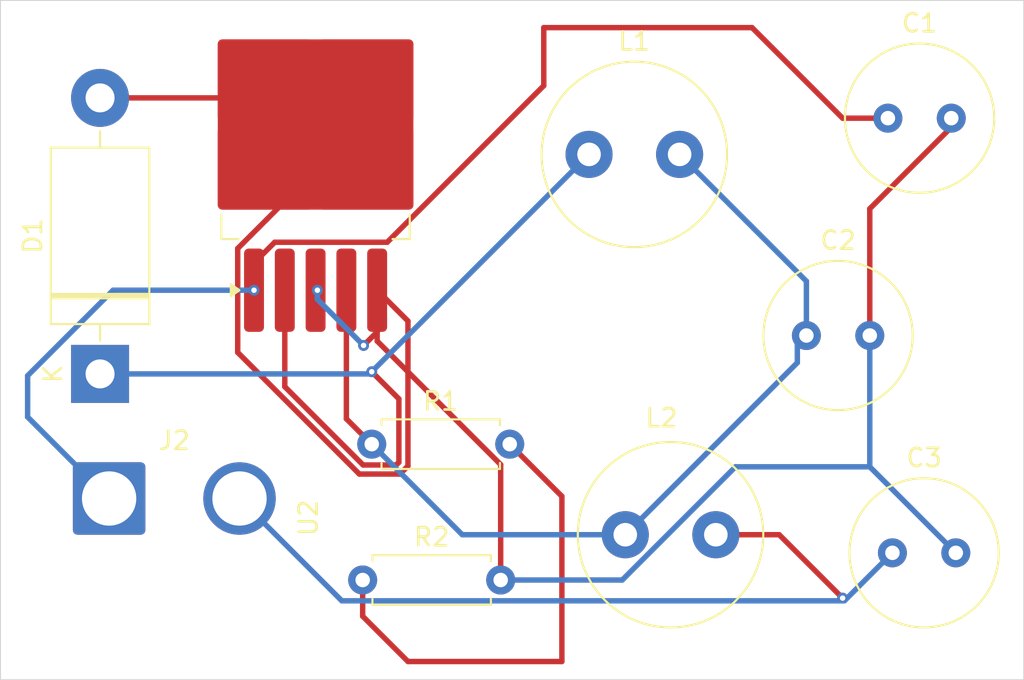
<source format=kicad_pcb>
(kicad_pcb (version 20240108) (generator "pcbnew") (generator_version "8.0")
  (layers (0 "F.Cu" signal) (31 "B.Cu" signal) (34 "B.Paste" user) (35 "F.Paste" user) (36 "B.SilkS" user "B.Silkscreen") (37 "F.SilkS" user "F.Silkscreen") (38 "B.Mask" user) (39 "F.Mask" user) (44 "Edge.Cuts" user))
  (net 0 "")
  (net 1 "/vin")
  (net 2 "GND")
  (net 3 "/fb")
  (net 4 "/vout")
  (net 5 "/out")
  (net 6 "Net-(R1-Pad2)")
  (footprint "Connector_Wire:SolderWire-2.5sqmm_1x02_P7.2mm_D2.4mm_OD3.6mm" (layer "F.Cu") (at 119.5 100)
    (property "Reference" "J2" (at 3.6 -3.2 0) (layer "F.SilkS"))
    (property "Value" "Conn_01x02")
    (pad "1" thru_hole roundrect (at 0 0) (size 4 4) (drill 3) (layers "*.Cu" "*.Mask") (roundrect_rratio 0.0625) (net 1 "/vin"))
    (pad "2" thru_hole circle (at 7.2 0) (size 4 4) (drill 3) (layers "*.Cu" "*.Mask") (net 4 "/vout"))
  )
  (footprint "Capacitor_THT:C_Radial_D8.0mm_H7.0mm_P3.50mm" (layer "F.Cu") (at 162.75 103)
    (property "Reference" "C3" (at 1.75 -5.25 0) (layer "F.SilkS"))
    (property "Value" "100 uF")
    (fp_circle (center 1.75 0) (end 5.87 0) (stroke (width 0.12)) (fill none) (layer "F.SilkS"))
    (pad "1" thru_hole circle (at 0 0) (size 1.6 1.6) (drill 0.8) (layers "*.Cu" "*.Mask") (net 4 "/vout"))
    (pad "2" thru_hole circle (at 3.5 0) (size 1.6 1.6) (drill 0.8) (layers "*.Cu" "*.Mask") (net 2 "GND"))
  )
  (footprint "Diode_THT:D_DO-201AD_P15.24mm_Horizontal" (layer "F.Cu") (at 119 93.12 90)
    (property "Reference" "D1" (at 7.62 -3.72 90) (layer "F.SilkS"))
    (property "Value" "1N5822")
    (fp_line (start 12.49 -2.72) (end 2.75 -2.72) (stroke (width 0.12)) (layer "F.SilkS"))
    (fp_line (start 4.415 -2.72) (end 4.415 2.72) (stroke (width 0.12)) (layer "F.SilkS"))
    (fp_line (start 4.295 -2.72) (end 4.295 2.72) (stroke (width 0.12)) (layer "F.SilkS"))
    (fp_line (start 4.175 -2.72) (end 4.175 2.72) (stroke (width 0.12)) (layer "F.SilkS"))
    (fp_line (start 2.75 -2.72) (end 2.75 2.72) (stroke (width 0.12)) (layer "F.SilkS"))
    (fp_line (start 13.4 0) (end 12.49 0) (stroke (width 0.12)) (layer "F.SilkS"))
    (fp_line (start 1.84 0) (end 2.75 0) (stroke (width 0.12)) (layer "F.SilkS"))
    (fp_line (start 12.49 2.72) (end 12.49 -2.72) (stroke (width 0.12)) (layer "F.SilkS"))
    (fp_line (start 2.75 2.72) (end 12.49 2.72) (stroke (width 0.12)) (layer "F.SilkS"))
    (fp_text user "K" (at 0 -2.6 90) (layer "F.SilkS"))
    (pad "1" thru_hole rect (at 0 0 90) (size 3.2 3.2) (drill 1.6) (layers "*.Cu" "*.Mask") (net 5 "/out"))
    (pad "2" thru_hole oval (at 15.24 0 90) (size 3.2 3.2) (drill 1.6) (layers "*.Cu" "*.Mask") (net 2 "GND"))
  )
  (footprint "Capacitor_THT:C_Radial_D8.0mm_H7.0mm_P3.50mm" (layer "F.Cu") (at 158 91)
    (property "Reference" "C2" (at 1.75 -5.25 0) (layer "F.SilkS"))
    (property "Value" "220 uF")
    (fp_circle (center 1.75 0) (end 5.87 0) (stroke (width 0.12)) (fill none) (layer "F.SilkS"))
    (pad "1" thru_hole circle (at 0 0) (size 1.6 1.6) (drill 0.8) (layers "*.Cu" "*.Mask") (net 3 "/fb"))
    (pad "2" thru_hole circle (at 3.5 0) (size 1.6 1.6) (drill 0.8) (layers "*.Cu" "*.Mask") (net 2 "GND"))
  )
  (footprint "Resistor_THT:R_Axial_DIN0207_L6.3mm_D2.5mm_P7.62mm_Horizontal" (layer "F.Cu") (at 133.5 104.5)
    (property "Reference" "R2" (at 3.81 -2.37 0) (layer "F.SilkS"))
    (property "Value" "1.21 k")
    (fp_line (start 0.54 -1.37) (end 7.08 -1.37) (stroke (width 0.12)) (layer "F.SilkS"))
    (fp_line (start 0.54 -1.04) (end 0.54 -1.37) (stroke (width 0.12)) (layer "F.SilkS"))
    (fp_line (start 0.54 1.04) (end 0.54 1.37) (stroke (width 0.12)) (layer "F.SilkS"))
    (fp_line (start 0.54 1.37) (end 7.08 1.37) (stroke (width 0.12)) (layer "F.SilkS"))
    (fp_line (start 7.08 -1.37) (end 7.08 -1.04) (stroke (width 0.12)) (layer "F.SilkS"))
    (fp_line (start 7.08 1.37) (end 7.08 1.04) (stroke (width 0.12)) (layer "F.SilkS"))
    (pad "1" thru_hole circle (at 0 0) (size 1.6 1.6) (drill 0.8) (layers "*.Cu" "*.Mask") (net 6 "Net-(R1-Pad2)"))
    (pad "2" thru_hole oval (at 7.62 0) (size 1.6 1.6) (drill 0.8) (layers "*.Cu" "*.Mask") (net 2 "GND"))
  )
  (footprint "Package_TO_SOT_SMD:TO-263-5_TabPin3" (layer "F.Cu") (at 130.9 80.85 90)
    (property "Reference" "U2" (at -20.22 -0.4 90) (layer "F.SilkS"))
    (property "Value" "LM2596S-ADJ")
    (fp_line (start -3.46 -5.2) (end -4.825 -5.2) (stroke (width 0.12)) (layer "F.SilkS"))
    (fp_line (start -4.825 -5.2) (end -4.825 -4.25) (stroke (width 0.12)) (layer "F.SilkS"))
    (fp_line (start -3.46 5.2) (end -4.825 5.2) (stroke (width 0.12)) (layer "F.SilkS"))
    (fp_line (start -4.825 5.2) (end -4.825 4.25) (stroke (width 0.12)) (layer "F.SilkS"))
    (fp_poly (pts (xy -7.65 -4.21) (xy -7.99 -4.68) (xy -7.31 -4.68) (xy -7.65 -4.21)) (stroke (width 0.12)) (fill solid) (layer "F.SilkS"))
    (pad "1" smd roundrect (at -7.65 -3.4 90) (size 4.6 1.1) (layers "F.Cu" "F.Paste" "F.Mask") (roundrect_rratio 0.227273) (net 1 "/vin"))
    (pad "2" smd roundrect (at -7.65 -1.7 90) (size 4.6 1.1) (layers "F.Cu" "F.Paste" "F.Mask") (roundrect_rratio 0.227273) (net 5 "/out"))
    (pad "3" smd roundrect (at -7.65 0 90) (size 4.6 1.1) (layers "F.Cu" "F.Paste" "F.Mask") (roundrect_rratio 0.227273) (net 2 "GND"))
    (pad "3" smd roundrect (at -0.925 -2.775 90) (size 4.55 5.25) (layers "F.Cu" "F.Paste") (roundrect_rratio 0.054945) (net 2 "GND"))
    (pad "3" smd roundrect (at -0.925 2.775 90) (size 4.55 5.25) (layers "F.Cu" "F.Paste") (roundrect_rratio 0.054945) (net 2 "GND"))
    (pad "3" smd roundrect (at 1.5 0 90) (size 9.4 10.8) (layers "F.Cu" "F.Mask") (roundrect_rratio 0.026596) (net 2 "GND"))
    (pad "3" smd roundrect (at 3.925 -2.775 90) (size 4.55 5.25) (layers "F.Cu" "F.Paste") (roundrect_rratio 0.054945) (net 2 "GND"))
    (pad "3" smd roundrect (at 3.925 2.775 90) (size 4.55 5.25) (layers "F.Cu" "F.Paste") (roundrect_rratio 0.054945) (net 2 "GND"))
    (pad "4" smd roundrect (at -7.65 1.7 90) (size 4.6 1.1) (layers "F.Cu" "F.Paste" "F.Mask") (roundrect_rratio 0.227273) (net 3 "/fb"))
    (pad "5" smd roundrect (at -7.65 3.4 90) (size 4.6 1.1) (layers "F.Cu" "F.Paste" "F.Mask") (roundrect_rratio 0.227273) (net 2 "GND"))
  )
  (footprint "Capacitor_THT:C_Radial_D8.0mm_H7.0mm_P3.50mm" (layer "F.Cu") (at 162.5 79)
    (property "Reference" "C1" (at 1.75 -5.25 0) (layer "F.SilkS"))
    (property "Value" "100 uF")
    (fp_circle (center 1.75 0) (end 5.87 0) (stroke (width 0.12)) (fill none) (layer "F.SilkS"))
    (pad "1" thru_hole circle (at 0 0) (size 1.6 1.6) (drill 0.8) (layers "*.Cu" "*.Mask") (net 1 "/vin"))
    (pad "2" thru_hole circle (at 3.5 0) (size 1.6 1.6) (drill 0.8) (layers "*.Cu" "*.Mask") (net 2 "GND"))
  )
  (footprint "Resistor_THT:R_Axial_DIN0207_L6.3mm_D2.5mm_P7.62mm_Horizontal" (layer "F.Cu") (at 134 97)
    (property "Reference" "R1" (at 3.81 -2.37 0) (layer "F.SilkS"))
    (property "Value" "50 k")
    (fp_line (start 0.54 -1.37) (end 7.08 -1.37) (stroke (width 0.12)) (layer "F.SilkS"))
    (fp_line (start 0.54 -1.04) (end 0.54 -1.37) (stroke (width 0.12)) (layer "F.SilkS"))
    (fp_line (start 0.54 1.04) (end 0.54 1.37) (stroke (width 0.12)) (layer "F.SilkS"))
    (fp_line (start 0.54 1.37) (end 7.08 1.37) (stroke (width 0.12)) (layer "F.SilkS"))
    (fp_line (start 7.08 -1.37) (end 7.08 -1.04) (stroke (width 0.12)) (layer "F.SilkS"))
    (fp_line (start 7.08 1.37) (end 7.08 1.04) (stroke (width 0.12)) (layer "F.SilkS"))
    (pad "1" thru_hole circle (at 0 0) (size 1.6 1.6) (drill 0.8) (layers "*.Cu" "*.Mask") (net 3 "/fb"))
    (pad "2" thru_hole oval (at 7.62 0) (size 1.6 1.6) (drill 0.8) (layers "*.Cu" "*.Mask") (net 6 "Net-(R1-Pad2)"))
  )
  (footprint "Inductor_THT:L_Radial_D10.0mm_P5.00mm_Fastron_07M" (layer "F.Cu") (at 148 102)
    (property "Reference" "L2" (at 2 -6.45 0) (layer "F.SilkS"))
    (property "Value" "100 uH")
    (fp_circle (center 2.5 0) (end 7.62 0) (stroke (width 0.12)) (fill none) (layer "F.SilkS"))
    (pad "1" thru_hole circle (at 0 0) (size 2.6 2.6) (drill 1.3) (layers "*.Cu" "*.Mask") (net 3 "/fb"))
    (pad "2" thru_hole circle (at 5 0) (size 2.6 2.6) (drill 1.3) (layers "*.Cu" "*.Mask") (net 4 "/vout"))
  )
  (footprint "Inductor_THT:L_Radial_D10.0mm_P5.00mm_Fastron_07M" (layer "F.Cu") (at 146 81)
    (property "Reference" "L1" (at 2.5 -6.25 0) (layer "F.SilkS"))
    (property "Value" "33 uH")
    (fp_circle (center 2.5 0) (end 7.62 0) (stroke (width 0.12)) (fill none) (layer "F.SilkS"))
    (pad "1" thru_hole circle (at 0 0) (size 2.6 2.6) (drill 1.3) (layers "*.Cu" "*.Mask") (net 5 "/out"))
    (pad "2" thru_hole circle (at 5 0) (size 2.6 2.6) (drill 1.3) (layers "*.Cu" "*.Mask") (net 3 "/fb"))
  )
  (gr_rect (start 113.5 72.5) (end 170 110) (stroke (width 0.05)) (fill none) (layer "Edge.Cuts"))
  (segment (start 162.5 79) (end 160 79) (width 0.3) (layer "F.Cu") (net 1))
  (segment (start 143.5 77.205456) (end 134.855456 85.85) (width 0.3) (layer "F.Cu") (net 1))
  (segment (start 120.75 100) (end 119.5 100) (width 0.3) (layer "F.Cu") (net 1))
  (segment (start 134.855456 85.85) (end 128.644544 85.85) (width 0.3) (layer "F.Cu") (net 1))
  (segment (start 127.5 86.994544) (end 127.5 88.5) (width 0.3) (layer "F.Cu") (net 1))
  (segment (start 155 74) (end 143.5 74) (width 0.3) (layer "F.Cu") (net 1))
  (segment (start 143.5 74) (end 143.5 77.205456) (width 0.3) (layer "F.Cu") (net 1))
  (segment (start 128.644544 85.85) (end 127.5 86.994544) (width 0.3) (layer "F.Cu") (net 1))
  (segment (start 160 79) (end 155 74) (width 0.3) (layer "F.Cu") (net 1))
  (via (at 127.5 88.5) (size 0.6) (drill 0.3) (layers "F.Cu" "B.Cu") (net 1))
  (segment (start 115 95.5) (end 115 93.22) (width 0.3) (layer "B.Cu") (net 1))
  (segment (start 119.72 88.5) (end 127.5 88.5) (width 0.3) (layer "B.Cu") (net 1))
  (segment (start 119.5 100) (end 115 95.5) (width 0.3) (layer "B.Cu") (net 1))
  (segment (start 115 93.22) (end 119.72 88.5) (width 0.3) (layer "B.Cu") (net 1))
  (segment (start 134.3 88.5) (end 134.3 90.8) (width 0.3) (layer "F.Cu") (net 2))
  (segment (start 141.12 104.5) (end 141.12 98.126346) (width 0.3) (layer "F.Cu") (net 2))
  (segment (start 127.17 77.88) (end 128.125 76.925) (width 0.3) (layer "F.Cu") (net 2))
  (segment (start 136 98.207107) (end 136 90.2) (width 0.3) (layer "F.Cu") (net 2))
  (segment (start 119 77.88) (end 127.17 77.88) (width 0.3) (layer "F.Cu") (net 2))
  (segment (start 134.3 91.306346) (end 134.3 88.5) (width 0.3) (layer "F.Cu") (net 2))
  (segment (start 126.6 86.194544) (end 126.6 91.933453) (width 0.3) (layer "F.Cu") (net 2))
  (segment (start 131.019544 81.775) (end 126.6 86.194544) (width 0.3) (layer "F.Cu") (net 2))
  (segment (start 135.557107 98.65) (end 136 98.207107) (width 0.3) (layer "F.Cu") (net 2))
  (segment (start 136 90.2) (end 134.3 88.5) (width 0.3) (layer "F.Cu") (net 2))
  (segment (start 166 79) (end 166 79.5) (width 0.3) (layer "F.Cu") (net 2))
  (segment (start 129.53 77.88) (end 130.725 79.075) (width 0.3) (layer "F.Cu") (net 2))
  (segment (start 133.675 81.775) (end 131.019544 81.775) (width 0.3) (layer "F.Cu") (net 2))
  (segment (start 141.12 98.126346) (end 134.3 91.306346) (width 0.3) (layer "F.Cu") (net 2))
  (segment (start 161.5 84) (end 161.5 91) (width 0.3) (layer "F.Cu") (net 2))
  (segment (start 126.6 91.933453) (end 133.316547 98.65) (width 0.3) (layer "F.Cu") (net 2))
  (segment (start 134.3 90.8) (end 133.55 91.55) (width 0.3) (layer "F.Cu") (net 2))
  (segment (start 133.316547 98.65) (end 135.557107 98.65) (width 0.3) (layer "F.Cu") (net 2))
  (segment (start 166 79.5) (end 161.5 84) (width 0.3) (layer "F.Cu") (net 2))
  (via (at 131 88.5) (size 0.6) (drill 0.3) (layers "F.Cu" "B.Cu") (net 2))
  (via (at 133.55 91.55) (size 0.6) (drill 0.3) (layers "F.Cu" "B.Cu") (net 2))
  (segment (start 154.083453 98.25) (end 161.5 98.25) (width 0.3) (layer "B.Cu") (net 2))
  (segment (start 161.5 98.25) (end 166.25 103) (width 0.3) (layer "B.Cu") (net 2))
  (segment (start 131 89) (end 131 88.5) (width 0.3) (layer "B.Cu") (net 2))
  (segment (start 133.55 91.55) (end 131 89) (width 0.3) (layer "B.Cu") (net 2))
  (segment (start 141.12 104.5) (end 147.833453 104.5) (width 0.3) (layer "B.Cu") (net 2))
  (segment (start 161.5 91) (end 161.5 98.25) (width 0.3) (layer "B.Cu") (net 2))
  (segment (start 147.833453 104.5) (end 154.083453 98.25) (width 0.3) (layer "B.Cu") (net 2))
  (segment (start 132.6 95.6) (end 132.6 88.5) (width 0.3) (layer "F.Cu") (net 3))
  (segment (start 134 97) (end 132.6 95.6) (width 0.3) (layer "F.Cu") (net 3))
  (segment (start 157.5 91.5) (end 157.5 92.5) (width 0.3) (layer "B.Cu") (net 3))
  (segment (start 158 91) (end 157.5 91.5) (width 0.3) (layer "B.Cu") (net 3))
  (segment (start 139 102) (end 134 97) (width 0.3) (layer "B.Cu") (net 3))
  (segment (start 151 81) (end 158 88) (width 0.3) (layer "B.Cu") (net 3))
  (segment (start 157.5 92.5) (end 148 102) (width 0.3) (layer "B.Cu") (net 3))
  (segment (start 148 102) (end 139 102) (width 0.3) (layer "B.Cu") (net 3))
  (segment (start 158 88) (end 158 91) (width 0.3) (layer "B.Cu") (net 3))
  (segment (start 156.5 102) (end 160 105.5) (width 0.3) (layer "F.Cu") (net 4))
  (segment (start 153 102) (end 156.5 102) (width 0.3) (layer "F.Cu") (net 4))
  (via (at 160 105.5) (size 0.6) (drill 0.3) (layers "F.Cu" "B.Cu") (net 4))
  (segment (start 160.1 105.65) (end 162.75 103) (width 0.3) (layer "B.Cu") (net 4))
  (segment (start 126.7 100) (end 132.35 105.65) (width 0.3) (layer "B.Cu") (net 4))
  (segment (start 132.35 105.65) (end 160.1 105.65) (width 0.3) (layer "B.Cu") (net 4))
  (segment (start 129.2 93.826346) (end 133.523654 98.15) (width 0.3) (layer "F.Cu") (net 5))
  (segment (start 129.2 88.5) (end 129.2 93.826346) (width 0.3) (layer "F.Cu") (net 5))
  (segment (start 135.5 98) (end 135.5 94.5) (width 0.3) (layer "F.Cu") (net 5))
  (segment (start 135.35 98.15) (end 135.5 98) (width 0.3) (layer "F.Cu") (net 5))
  (segment (start 133.523654 98.15) (end 135.35 98.15) (width 0.3) (layer "F.Cu") (net 5))
  (segment (start 135.5 94.5) (end 134 93) (width 0.3) (layer "F.Cu") (net 5))
  (via (at 134 93) (size 0.6) (drill 0.3) (layers "F.Cu" "B.Cu") (net 5))
  (segment (start 133.88 93.12) (end 119 93.12) (width 0.3) (layer "B.Cu") (net 5))
  (segment (start 146 81) (end 133.88 93.12) (width 0.3) (layer "B.Cu") (net 5))
  (segment (start 133.5 106.5) (end 136 109) (width 0.3) (layer "F.Cu") (net 6))
  (segment (start 133.5 104.5) (end 133.5 106.5) (width 0.3) (layer "F.Cu") (net 6))
  (segment (start 144.5 109) (end 144.5 99.88) (width 0.3) (layer "F.Cu") (net 6))
  (segment (start 136 109) (end 144.5 109) (width 0.3) (layer "F.Cu") (net 6))
  (segment (start 144.5 99.88) (end 141.62 97) (width 0.3) (layer "F.Cu") (net 6))
)
</source>
